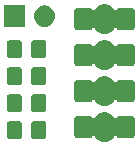
<source format=gbr>
G04 #@! TF.GenerationSoftware,KiCad,Pcbnew,5.0.2-bee76a0~70~ubuntu16.04.1*
G04 #@! TF.CreationDate,2019-07-09T20:02:22-07:00*
G04 #@! TF.ProjectId,reverse-mount-led-test,72657665-7273-4652-9d6d-6f756e742d6c,rev?*
G04 #@! TF.SameCoordinates,Original*
G04 #@! TF.FileFunction,Soldermask,Bot*
G04 #@! TF.FilePolarity,Negative*
%FSLAX46Y46*%
G04 Gerber Fmt 4.6, Leading zero omitted, Abs format (unit mm)*
G04 Created by KiCad (PCBNEW 5.0.2-bee76a0~70~ubuntu16.04.1) date Tue 09 Jul 2019 08:02:22 PM PDT*
%MOMM*%
%LPD*%
G01*
G04 APERTURE LIST*
%ADD10C,0.100000*%
G04 APERTURE END LIST*
D10*
G36*
X161984388Y-111538957D02*
X162121901Y-111580671D01*
X162163615Y-111593325D01*
X162246204Y-111637470D01*
X162328793Y-111681614D01*
X162473570Y-111800430D01*
X162592386Y-111945207D01*
X162616765Y-111990817D01*
X162630596Y-112011518D01*
X162648201Y-112029122D01*
X162668901Y-112042954D01*
X162691902Y-112052481D01*
X162716320Y-112057338D01*
X162741217Y-112057339D01*
X162765635Y-112052482D01*
X162788636Y-112042954D01*
X162809337Y-112029123D01*
X162826941Y-112011518D01*
X162840773Y-111990818D01*
X162861326Y-111952367D01*
X162889742Y-111917742D01*
X162924368Y-111889325D01*
X162963876Y-111868208D01*
X163006740Y-111855205D01*
X163057555Y-111850200D01*
X164113445Y-111850200D01*
X164164260Y-111855205D01*
X164207124Y-111868208D01*
X164246632Y-111889325D01*
X164281258Y-111917742D01*
X164309675Y-111952368D01*
X164330792Y-111991876D01*
X164343795Y-112034740D01*
X164348800Y-112085555D01*
X164348800Y-113466445D01*
X164343795Y-113517260D01*
X164330792Y-113560124D01*
X164309675Y-113599632D01*
X164281258Y-113634258D01*
X164246632Y-113662675D01*
X164207124Y-113683792D01*
X164164260Y-113696795D01*
X164113445Y-113701800D01*
X163057555Y-113701800D01*
X163006740Y-113696795D01*
X162963876Y-113683792D01*
X162924368Y-113662675D01*
X162889742Y-113634258D01*
X162861325Y-113599632D01*
X162840773Y-113561182D01*
X162826942Y-113540481D01*
X162809337Y-113522877D01*
X162788637Y-113509045D01*
X162765635Y-113499518D01*
X162741217Y-113494661D01*
X162716321Y-113494661D01*
X162691903Y-113499517D01*
X162668902Y-113509045D01*
X162648201Y-113522876D01*
X162630597Y-113540481D01*
X162616767Y-113561178D01*
X162609773Y-113574263D01*
X162592385Y-113606795D01*
X162487214Y-113734945D01*
X162473570Y-113751570D01*
X162328792Y-113870386D01*
X162163616Y-113958675D01*
X162121902Y-113971329D01*
X161984389Y-114013043D01*
X161798000Y-114031401D01*
X161611612Y-114013043D01*
X161474099Y-113971329D01*
X161432385Y-113958675D01*
X161267209Y-113870386D01*
X161122431Y-113751570D01*
X161066807Y-113683792D01*
X161003616Y-113606794D01*
X160979235Y-113561181D01*
X160965403Y-113540481D01*
X160947799Y-113522876D01*
X160927098Y-113509045D01*
X160904097Y-113499517D01*
X160879679Y-113494661D01*
X160854782Y-113494661D01*
X160830364Y-113499518D01*
X160807363Y-113509045D01*
X160786663Y-113522877D01*
X160769058Y-113540481D01*
X160755227Y-113561182D01*
X160734675Y-113599632D01*
X160706258Y-113634258D01*
X160671632Y-113662675D01*
X160632124Y-113683792D01*
X160589260Y-113696795D01*
X160538445Y-113701800D01*
X159482555Y-113701800D01*
X159431740Y-113696795D01*
X159388876Y-113683792D01*
X159349368Y-113662675D01*
X159314742Y-113634258D01*
X159286325Y-113599632D01*
X159265208Y-113560124D01*
X159252205Y-113517260D01*
X159247200Y-113466445D01*
X159247200Y-112085555D01*
X159252205Y-112034740D01*
X159265208Y-111991876D01*
X159286325Y-111952368D01*
X159314742Y-111917742D01*
X159349368Y-111889325D01*
X159388876Y-111868208D01*
X159431740Y-111855205D01*
X159482555Y-111850200D01*
X160538445Y-111850200D01*
X160589260Y-111855205D01*
X160632124Y-111868208D01*
X160671632Y-111889325D01*
X160706258Y-111917742D01*
X160734675Y-111952368D01*
X160755227Y-111990818D01*
X160769058Y-112011519D01*
X160786663Y-112029123D01*
X160807363Y-112042955D01*
X160830365Y-112052482D01*
X160854783Y-112057339D01*
X160879679Y-112057339D01*
X160904097Y-112052483D01*
X160927098Y-112042955D01*
X160947799Y-112029124D01*
X160965403Y-112011519D01*
X160979235Y-111990818D01*
X160990673Y-111969419D01*
X161003615Y-111945205D01*
X161122430Y-111800430D01*
X161267208Y-111681614D01*
X161432384Y-111593325D01*
X161474098Y-111580671D01*
X161611611Y-111538957D01*
X161798000Y-111520599D01*
X161984388Y-111538957D01*
X161984388Y-111538957D01*
G37*
G36*
X154633450Y-112283650D02*
X154670919Y-112295016D01*
X154705436Y-112313467D01*
X154735698Y-112338302D01*
X154760533Y-112368564D01*
X154778984Y-112403081D01*
X154790350Y-112440550D01*
X154794800Y-112485737D01*
X154794800Y-113574263D01*
X154790350Y-113619450D01*
X154778984Y-113656919D01*
X154760533Y-113691436D01*
X154735698Y-113721698D01*
X154705436Y-113746533D01*
X154670919Y-113764984D01*
X154633450Y-113776350D01*
X154588263Y-113780800D01*
X153749737Y-113780800D01*
X153704550Y-113776350D01*
X153667081Y-113764984D01*
X153632564Y-113746533D01*
X153602302Y-113721698D01*
X153577467Y-113691436D01*
X153559016Y-113656919D01*
X153547650Y-113619450D01*
X153543200Y-113574263D01*
X153543200Y-112485737D01*
X153547650Y-112440550D01*
X153559016Y-112403081D01*
X153577467Y-112368564D01*
X153602302Y-112338302D01*
X153632564Y-112313467D01*
X153667081Y-112295016D01*
X153704550Y-112283650D01*
X153749737Y-112279200D01*
X154588263Y-112279200D01*
X154633450Y-112283650D01*
X154633450Y-112283650D01*
G37*
G36*
X156683450Y-112283650D02*
X156720919Y-112295016D01*
X156755436Y-112313467D01*
X156785698Y-112338302D01*
X156810533Y-112368564D01*
X156828984Y-112403081D01*
X156840350Y-112440550D01*
X156844800Y-112485737D01*
X156844800Y-113574263D01*
X156840350Y-113619450D01*
X156828984Y-113656919D01*
X156810533Y-113691436D01*
X156785698Y-113721698D01*
X156755436Y-113746533D01*
X156720919Y-113764984D01*
X156683450Y-113776350D01*
X156638263Y-113780800D01*
X155799737Y-113780800D01*
X155754550Y-113776350D01*
X155717081Y-113764984D01*
X155682564Y-113746533D01*
X155652302Y-113721698D01*
X155627467Y-113691436D01*
X155609016Y-113656919D01*
X155597650Y-113619450D01*
X155593200Y-113574263D01*
X155593200Y-112485737D01*
X155597650Y-112440550D01*
X155609016Y-112403081D01*
X155627467Y-112368564D01*
X155652302Y-112338302D01*
X155682564Y-112313467D01*
X155717081Y-112295016D01*
X155754550Y-112283650D01*
X155799737Y-112279200D01*
X156638263Y-112279200D01*
X156683450Y-112283650D01*
X156683450Y-112283650D01*
G37*
G36*
X156683450Y-109997650D02*
X156720919Y-110009016D01*
X156755436Y-110027467D01*
X156785698Y-110052302D01*
X156810533Y-110082564D01*
X156828984Y-110117081D01*
X156840350Y-110154550D01*
X156844800Y-110199737D01*
X156844800Y-111288263D01*
X156840350Y-111333450D01*
X156828984Y-111370919D01*
X156810533Y-111405436D01*
X156785698Y-111435698D01*
X156755436Y-111460533D01*
X156720919Y-111478984D01*
X156683450Y-111490350D01*
X156638263Y-111494800D01*
X155799737Y-111494800D01*
X155754550Y-111490350D01*
X155717081Y-111478984D01*
X155682564Y-111460533D01*
X155652302Y-111435698D01*
X155627467Y-111405436D01*
X155609016Y-111370919D01*
X155597650Y-111333450D01*
X155593200Y-111288263D01*
X155593200Y-110199737D01*
X155597650Y-110154550D01*
X155609016Y-110117081D01*
X155627467Y-110082564D01*
X155652302Y-110052302D01*
X155682564Y-110027467D01*
X155717081Y-110009016D01*
X155754550Y-109997650D01*
X155799737Y-109993200D01*
X156638263Y-109993200D01*
X156683450Y-109997650D01*
X156683450Y-109997650D01*
G37*
G36*
X154633450Y-109997650D02*
X154670919Y-110009016D01*
X154705436Y-110027467D01*
X154735698Y-110052302D01*
X154760533Y-110082564D01*
X154778984Y-110117081D01*
X154790350Y-110154550D01*
X154794800Y-110199737D01*
X154794800Y-111288263D01*
X154790350Y-111333450D01*
X154778984Y-111370919D01*
X154760533Y-111405436D01*
X154735698Y-111435698D01*
X154705436Y-111460533D01*
X154670919Y-111478984D01*
X154633450Y-111490350D01*
X154588263Y-111494800D01*
X153749737Y-111494800D01*
X153704550Y-111490350D01*
X153667081Y-111478984D01*
X153632564Y-111460533D01*
X153602302Y-111435698D01*
X153577467Y-111405436D01*
X153559016Y-111370919D01*
X153547650Y-111333450D01*
X153543200Y-111288263D01*
X153543200Y-110199737D01*
X153547650Y-110154550D01*
X153559016Y-110117081D01*
X153577467Y-110082564D01*
X153602302Y-110052302D01*
X153632564Y-110027467D01*
X153667081Y-110009016D01*
X153704550Y-109997650D01*
X153749737Y-109993200D01*
X154588263Y-109993200D01*
X154633450Y-109997650D01*
X154633450Y-109997650D01*
G37*
G36*
X161984388Y-108490957D02*
X162121901Y-108532671D01*
X162163615Y-108545325D01*
X162246204Y-108589470D01*
X162328793Y-108633614D01*
X162473570Y-108752430D01*
X162592386Y-108897207D01*
X162616765Y-108942817D01*
X162630596Y-108963518D01*
X162648201Y-108981122D01*
X162668901Y-108994954D01*
X162691902Y-109004481D01*
X162716320Y-109009338D01*
X162741217Y-109009339D01*
X162765635Y-109004482D01*
X162788636Y-108994954D01*
X162809337Y-108981123D01*
X162826941Y-108963518D01*
X162840773Y-108942818D01*
X162861326Y-108904367D01*
X162889742Y-108869742D01*
X162924368Y-108841325D01*
X162963876Y-108820208D01*
X163006740Y-108807205D01*
X163057555Y-108802200D01*
X164113445Y-108802200D01*
X164164260Y-108807205D01*
X164207124Y-108820208D01*
X164246632Y-108841325D01*
X164281258Y-108869742D01*
X164309675Y-108904368D01*
X164330792Y-108943876D01*
X164343795Y-108986740D01*
X164348800Y-109037555D01*
X164348800Y-110418445D01*
X164343795Y-110469260D01*
X164330792Y-110512124D01*
X164309675Y-110551632D01*
X164281258Y-110586258D01*
X164246632Y-110614675D01*
X164207124Y-110635792D01*
X164164260Y-110648795D01*
X164113445Y-110653800D01*
X163057555Y-110653800D01*
X163006740Y-110648795D01*
X162963876Y-110635792D01*
X162924368Y-110614675D01*
X162889742Y-110586258D01*
X162861325Y-110551632D01*
X162840773Y-110513182D01*
X162826942Y-110492481D01*
X162809337Y-110474877D01*
X162788637Y-110461045D01*
X162765635Y-110451518D01*
X162741217Y-110446661D01*
X162716321Y-110446661D01*
X162691903Y-110451517D01*
X162668902Y-110461045D01*
X162648201Y-110474876D01*
X162630597Y-110492481D01*
X162616767Y-110513178D01*
X162603840Y-110537363D01*
X162592385Y-110558795D01*
X162473570Y-110703570D01*
X162328792Y-110822386D01*
X162163616Y-110910675D01*
X162121902Y-110923329D01*
X161984389Y-110965043D01*
X161798000Y-110983401D01*
X161611612Y-110965043D01*
X161474099Y-110923329D01*
X161432385Y-110910675D01*
X161267209Y-110822386D01*
X161122431Y-110703570D01*
X161066807Y-110635792D01*
X161003616Y-110558794D01*
X160979235Y-110513181D01*
X160965403Y-110492481D01*
X160947799Y-110474876D01*
X160927098Y-110461045D01*
X160904097Y-110451517D01*
X160879679Y-110446661D01*
X160854782Y-110446661D01*
X160830364Y-110451518D01*
X160807363Y-110461045D01*
X160786663Y-110474877D01*
X160769058Y-110492481D01*
X160755227Y-110513182D01*
X160734675Y-110551632D01*
X160706258Y-110586258D01*
X160671632Y-110614675D01*
X160632124Y-110635792D01*
X160589260Y-110648795D01*
X160538445Y-110653800D01*
X159482555Y-110653800D01*
X159431740Y-110648795D01*
X159388876Y-110635792D01*
X159349368Y-110614675D01*
X159314742Y-110586258D01*
X159286325Y-110551632D01*
X159265208Y-110512124D01*
X159252205Y-110469260D01*
X159247200Y-110418445D01*
X159247200Y-109037555D01*
X159252205Y-108986740D01*
X159265208Y-108943876D01*
X159286325Y-108904368D01*
X159314742Y-108869742D01*
X159349368Y-108841325D01*
X159388876Y-108820208D01*
X159431740Y-108807205D01*
X159482555Y-108802200D01*
X160538445Y-108802200D01*
X160589260Y-108807205D01*
X160632124Y-108820208D01*
X160671632Y-108841325D01*
X160706258Y-108869742D01*
X160734675Y-108904368D01*
X160755227Y-108942818D01*
X160769058Y-108963519D01*
X160786663Y-108981123D01*
X160807363Y-108994955D01*
X160830365Y-109004482D01*
X160854783Y-109009339D01*
X160879679Y-109009339D01*
X160904097Y-109004483D01*
X160927098Y-108994955D01*
X160947799Y-108981124D01*
X160965403Y-108963519D01*
X160979235Y-108942818D01*
X160990673Y-108921419D01*
X161003615Y-108897205D01*
X161122430Y-108752430D01*
X161267208Y-108633614D01*
X161432384Y-108545325D01*
X161474098Y-108532671D01*
X161611611Y-108490957D01*
X161798000Y-108472599D01*
X161984388Y-108490957D01*
X161984388Y-108490957D01*
G37*
G36*
X154633450Y-107711650D02*
X154670919Y-107723016D01*
X154705436Y-107741467D01*
X154735698Y-107766302D01*
X154760533Y-107796564D01*
X154778984Y-107831081D01*
X154790350Y-107868550D01*
X154794800Y-107913737D01*
X154794800Y-109002263D01*
X154790350Y-109047450D01*
X154778984Y-109084919D01*
X154760533Y-109119436D01*
X154735698Y-109149698D01*
X154705436Y-109174533D01*
X154670919Y-109192984D01*
X154633450Y-109204350D01*
X154588263Y-109208800D01*
X153749737Y-109208800D01*
X153704550Y-109204350D01*
X153667081Y-109192984D01*
X153632564Y-109174533D01*
X153602302Y-109149698D01*
X153577467Y-109119436D01*
X153559016Y-109084919D01*
X153547650Y-109047450D01*
X153543200Y-109002263D01*
X153543200Y-107913737D01*
X153547650Y-107868550D01*
X153559016Y-107831081D01*
X153577467Y-107796564D01*
X153602302Y-107766302D01*
X153632564Y-107741467D01*
X153667081Y-107723016D01*
X153704550Y-107711650D01*
X153749737Y-107707200D01*
X154588263Y-107707200D01*
X154633450Y-107711650D01*
X154633450Y-107711650D01*
G37*
G36*
X156683450Y-107711650D02*
X156720919Y-107723016D01*
X156755436Y-107741467D01*
X156785698Y-107766302D01*
X156810533Y-107796564D01*
X156828984Y-107831081D01*
X156840350Y-107868550D01*
X156844800Y-107913737D01*
X156844800Y-109002263D01*
X156840350Y-109047450D01*
X156828984Y-109084919D01*
X156810533Y-109119436D01*
X156785698Y-109149698D01*
X156755436Y-109174533D01*
X156720919Y-109192984D01*
X156683450Y-109204350D01*
X156638263Y-109208800D01*
X155799737Y-109208800D01*
X155754550Y-109204350D01*
X155717081Y-109192984D01*
X155682564Y-109174533D01*
X155652302Y-109149698D01*
X155627467Y-109119436D01*
X155609016Y-109084919D01*
X155597650Y-109047450D01*
X155593200Y-109002263D01*
X155593200Y-107913737D01*
X155597650Y-107868550D01*
X155609016Y-107831081D01*
X155627467Y-107796564D01*
X155652302Y-107766302D01*
X155682564Y-107741467D01*
X155717081Y-107723016D01*
X155754550Y-107711650D01*
X155799737Y-107707200D01*
X156638263Y-107707200D01*
X156683450Y-107711650D01*
X156683450Y-107711650D01*
G37*
G36*
X161984388Y-105442957D02*
X162107497Y-105480302D01*
X162163615Y-105497325D01*
X162188383Y-105510564D01*
X162328793Y-105585614D01*
X162473570Y-105704430D01*
X162592386Y-105849207D01*
X162616765Y-105894817D01*
X162630596Y-105915518D01*
X162648201Y-105933122D01*
X162668901Y-105946954D01*
X162691902Y-105956481D01*
X162716320Y-105961338D01*
X162741217Y-105961339D01*
X162765635Y-105956482D01*
X162788636Y-105946954D01*
X162809337Y-105933123D01*
X162826941Y-105915518D01*
X162840773Y-105894818D01*
X162861326Y-105856367D01*
X162889742Y-105821742D01*
X162924368Y-105793325D01*
X162963876Y-105772208D01*
X163006740Y-105759205D01*
X163057555Y-105754200D01*
X164113445Y-105754200D01*
X164164260Y-105759205D01*
X164207124Y-105772208D01*
X164246632Y-105793325D01*
X164281258Y-105821742D01*
X164309675Y-105856368D01*
X164330792Y-105895876D01*
X164343795Y-105938740D01*
X164348800Y-105989555D01*
X164348800Y-107370445D01*
X164343795Y-107421260D01*
X164330792Y-107464124D01*
X164309675Y-107503632D01*
X164281258Y-107538258D01*
X164246632Y-107566675D01*
X164207124Y-107587792D01*
X164164260Y-107600795D01*
X164113445Y-107605800D01*
X163057555Y-107605800D01*
X163006740Y-107600795D01*
X162963876Y-107587792D01*
X162924368Y-107566675D01*
X162889742Y-107538258D01*
X162861325Y-107503632D01*
X162840773Y-107465182D01*
X162826942Y-107444481D01*
X162809337Y-107426877D01*
X162788637Y-107413045D01*
X162765635Y-107403518D01*
X162741217Y-107398661D01*
X162716321Y-107398661D01*
X162691903Y-107403517D01*
X162668902Y-107413045D01*
X162648201Y-107426876D01*
X162630597Y-107444481D01*
X162616767Y-107465178D01*
X162603840Y-107489363D01*
X162592385Y-107510795D01*
X162473570Y-107655570D01*
X162328792Y-107774386D01*
X162163616Y-107862675D01*
X162144248Y-107868550D01*
X161984389Y-107917043D01*
X161798000Y-107935401D01*
X161611612Y-107917043D01*
X161451753Y-107868550D01*
X161432385Y-107862675D01*
X161267209Y-107774386D01*
X161122431Y-107655570D01*
X161066807Y-107587792D01*
X161003616Y-107510794D01*
X160979235Y-107465181D01*
X160965403Y-107444481D01*
X160947799Y-107426876D01*
X160927098Y-107413045D01*
X160904097Y-107403517D01*
X160879679Y-107398661D01*
X160854782Y-107398661D01*
X160830364Y-107403518D01*
X160807363Y-107413045D01*
X160786663Y-107426877D01*
X160769058Y-107444481D01*
X160755227Y-107465182D01*
X160734675Y-107503632D01*
X160706258Y-107538258D01*
X160671632Y-107566675D01*
X160632124Y-107587792D01*
X160589260Y-107600795D01*
X160538445Y-107605800D01*
X159482555Y-107605800D01*
X159431740Y-107600795D01*
X159388876Y-107587792D01*
X159349368Y-107566675D01*
X159314742Y-107538258D01*
X159286325Y-107503632D01*
X159265208Y-107464124D01*
X159252205Y-107421260D01*
X159247200Y-107370445D01*
X159247200Y-105989555D01*
X159252205Y-105938740D01*
X159265208Y-105895876D01*
X159286325Y-105856368D01*
X159314742Y-105821742D01*
X159349368Y-105793325D01*
X159388876Y-105772208D01*
X159431740Y-105759205D01*
X159482555Y-105754200D01*
X160538445Y-105754200D01*
X160589260Y-105759205D01*
X160632124Y-105772208D01*
X160671632Y-105793325D01*
X160706258Y-105821742D01*
X160734675Y-105856368D01*
X160755227Y-105894818D01*
X160769058Y-105915519D01*
X160786663Y-105933123D01*
X160807363Y-105946955D01*
X160830365Y-105956482D01*
X160854783Y-105961339D01*
X160879679Y-105961339D01*
X160904097Y-105956483D01*
X160927098Y-105946955D01*
X160947799Y-105933124D01*
X160965403Y-105915519D01*
X160979235Y-105894818D01*
X160990673Y-105873419D01*
X161003615Y-105849205D01*
X161122430Y-105704430D01*
X161267208Y-105585614D01*
X161272940Y-105582550D01*
X161432384Y-105497325D01*
X161488502Y-105480302D01*
X161611611Y-105442957D01*
X161798000Y-105424599D01*
X161984388Y-105442957D01*
X161984388Y-105442957D01*
G37*
G36*
X154633450Y-105425650D02*
X154670919Y-105437016D01*
X154705436Y-105455467D01*
X154735698Y-105480302D01*
X154760533Y-105510564D01*
X154778984Y-105545081D01*
X154790350Y-105582550D01*
X154794800Y-105627737D01*
X154794800Y-106716263D01*
X154790350Y-106761450D01*
X154778984Y-106798919D01*
X154760533Y-106833436D01*
X154735698Y-106863698D01*
X154705436Y-106888533D01*
X154670919Y-106906984D01*
X154633450Y-106918350D01*
X154588263Y-106922800D01*
X153749737Y-106922800D01*
X153704550Y-106918350D01*
X153667081Y-106906984D01*
X153632564Y-106888533D01*
X153602302Y-106863698D01*
X153577467Y-106833436D01*
X153559016Y-106798919D01*
X153547650Y-106761450D01*
X153543200Y-106716263D01*
X153543200Y-105627737D01*
X153547650Y-105582550D01*
X153559016Y-105545081D01*
X153577467Y-105510564D01*
X153602302Y-105480302D01*
X153632564Y-105455467D01*
X153667081Y-105437016D01*
X153704550Y-105425650D01*
X153749737Y-105421200D01*
X154588263Y-105421200D01*
X154633450Y-105425650D01*
X154633450Y-105425650D01*
G37*
G36*
X156683450Y-105425650D02*
X156720919Y-105437016D01*
X156755436Y-105455467D01*
X156785698Y-105480302D01*
X156810533Y-105510564D01*
X156828984Y-105545081D01*
X156840350Y-105582550D01*
X156844800Y-105627737D01*
X156844800Y-106716263D01*
X156840350Y-106761450D01*
X156828984Y-106798919D01*
X156810533Y-106833436D01*
X156785698Y-106863698D01*
X156755436Y-106888533D01*
X156720919Y-106906984D01*
X156683450Y-106918350D01*
X156638263Y-106922800D01*
X155799737Y-106922800D01*
X155754550Y-106918350D01*
X155717081Y-106906984D01*
X155682564Y-106888533D01*
X155652302Y-106863698D01*
X155627467Y-106833436D01*
X155609016Y-106798919D01*
X155597650Y-106761450D01*
X155593200Y-106716263D01*
X155593200Y-105627737D01*
X155597650Y-105582550D01*
X155609016Y-105545081D01*
X155627467Y-105510564D01*
X155652302Y-105480302D01*
X155682564Y-105455467D01*
X155717081Y-105437016D01*
X155754550Y-105425650D01*
X155799737Y-105421200D01*
X156638263Y-105421200D01*
X156683450Y-105425650D01*
X156683450Y-105425650D01*
G37*
G36*
X161984388Y-102394957D02*
X162121901Y-102436671D01*
X162163615Y-102449325D01*
X162215765Y-102477200D01*
X162328793Y-102537614D01*
X162473570Y-102656430D01*
X162592386Y-102801207D01*
X162616765Y-102846817D01*
X162630596Y-102867518D01*
X162648201Y-102885122D01*
X162668901Y-102898954D01*
X162691902Y-102908481D01*
X162716320Y-102913338D01*
X162741217Y-102913339D01*
X162765635Y-102908482D01*
X162788636Y-102898954D01*
X162809337Y-102885123D01*
X162826941Y-102867518D01*
X162840773Y-102846818D01*
X162861326Y-102808367D01*
X162889742Y-102773742D01*
X162924368Y-102745325D01*
X162963876Y-102724208D01*
X163006740Y-102711205D01*
X163057555Y-102706200D01*
X164113445Y-102706200D01*
X164164260Y-102711205D01*
X164207124Y-102724208D01*
X164246632Y-102745325D01*
X164281258Y-102773742D01*
X164309675Y-102808368D01*
X164330792Y-102847876D01*
X164343795Y-102890740D01*
X164348800Y-102941555D01*
X164348800Y-104322445D01*
X164343795Y-104373260D01*
X164330792Y-104416124D01*
X164309675Y-104455632D01*
X164281258Y-104490258D01*
X164246632Y-104518675D01*
X164207124Y-104539792D01*
X164164260Y-104552795D01*
X164113445Y-104557800D01*
X163057555Y-104557800D01*
X163006740Y-104552795D01*
X162963876Y-104539792D01*
X162924368Y-104518675D01*
X162889742Y-104490258D01*
X162861325Y-104455632D01*
X162840773Y-104417182D01*
X162826942Y-104396481D01*
X162809337Y-104378877D01*
X162788637Y-104365045D01*
X162765635Y-104355518D01*
X162741217Y-104350661D01*
X162716321Y-104350661D01*
X162691903Y-104355517D01*
X162668902Y-104365045D01*
X162648201Y-104378876D01*
X162630597Y-104396481D01*
X162616767Y-104417178D01*
X162603840Y-104441363D01*
X162592385Y-104462795D01*
X162473570Y-104607570D01*
X162328792Y-104726386D01*
X162163616Y-104814675D01*
X162121902Y-104827329D01*
X161984389Y-104869043D01*
X161798000Y-104887401D01*
X161611612Y-104869043D01*
X161474099Y-104827329D01*
X161432385Y-104814675D01*
X161267209Y-104726386D01*
X161122431Y-104607570D01*
X161066807Y-104539792D01*
X161003616Y-104462794D01*
X160979235Y-104417181D01*
X160965403Y-104396481D01*
X160947799Y-104378876D01*
X160927098Y-104365045D01*
X160904097Y-104355517D01*
X160879679Y-104350661D01*
X160854782Y-104350661D01*
X160830364Y-104355518D01*
X160807363Y-104365045D01*
X160786663Y-104378877D01*
X160769058Y-104396481D01*
X160755227Y-104417182D01*
X160734675Y-104455632D01*
X160706258Y-104490258D01*
X160671632Y-104518675D01*
X160632124Y-104539792D01*
X160589260Y-104552795D01*
X160538445Y-104557800D01*
X159482555Y-104557800D01*
X159431740Y-104552795D01*
X159388876Y-104539792D01*
X159349368Y-104518675D01*
X159314742Y-104490258D01*
X159286325Y-104455632D01*
X159265208Y-104416124D01*
X159252205Y-104373260D01*
X159247200Y-104322445D01*
X159247200Y-102941555D01*
X159252205Y-102890740D01*
X159265208Y-102847876D01*
X159286325Y-102808368D01*
X159314742Y-102773742D01*
X159349368Y-102745325D01*
X159388876Y-102724208D01*
X159431740Y-102711205D01*
X159482555Y-102706200D01*
X160538445Y-102706200D01*
X160589260Y-102711205D01*
X160632124Y-102724208D01*
X160671632Y-102745325D01*
X160706258Y-102773742D01*
X160734675Y-102808368D01*
X160755227Y-102846818D01*
X160769058Y-102867519D01*
X160786663Y-102885123D01*
X160807363Y-102898955D01*
X160830365Y-102908482D01*
X160854783Y-102913339D01*
X160879679Y-102913339D01*
X160904097Y-102908483D01*
X160927098Y-102898955D01*
X160947799Y-102885124D01*
X160965403Y-102867519D01*
X160979235Y-102846818D01*
X160990673Y-102825419D01*
X161003615Y-102801205D01*
X161122430Y-102656430D01*
X161267208Y-102537614D01*
X161432384Y-102449325D01*
X161474098Y-102436671D01*
X161611611Y-102394957D01*
X161798000Y-102376599D01*
X161984388Y-102394957D01*
X161984388Y-102394957D01*
G37*
G36*
X156894588Y-102490233D02*
X157064385Y-102541741D01*
X157220878Y-102625388D01*
X157358044Y-102737956D01*
X157470612Y-102875122D01*
X157554259Y-103031615D01*
X157605767Y-103201412D01*
X157623159Y-103378000D01*
X157605767Y-103554588D01*
X157554259Y-103724385D01*
X157470612Y-103880878D01*
X157358044Y-104018044D01*
X157220878Y-104130612D01*
X157064385Y-104214259D01*
X156894588Y-104265767D01*
X156762259Y-104278800D01*
X156673741Y-104278800D01*
X156541412Y-104265767D01*
X156371615Y-104214259D01*
X156215122Y-104130612D01*
X156077956Y-104018044D01*
X155965388Y-103880878D01*
X155881741Y-103724385D01*
X155830233Y-103554588D01*
X155812841Y-103378000D01*
X155830233Y-103201412D01*
X155881741Y-103031615D01*
X155965388Y-102875122D01*
X156077956Y-102737956D01*
X156215122Y-102625388D01*
X156371615Y-102541741D01*
X156541412Y-102490233D01*
X156673741Y-102477200D01*
X156762259Y-102477200D01*
X156894588Y-102490233D01*
X156894588Y-102490233D01*
G37*
G36*
X155078800Y-104278800D02*
X153277200Y-104278800D01*
X153277200Y-102477200D01*
X155078800Y-102477200D01*
X155078800Y-104278800D01*
X155078800Y-104278800D01*
G37*
M02*

</source>
